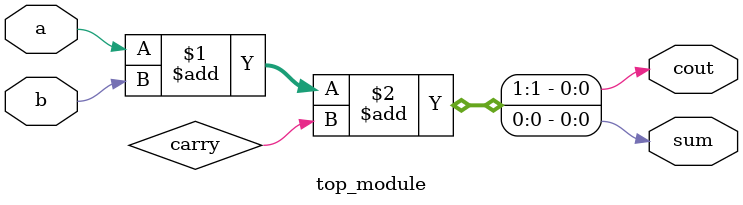
<source format=sv>
module top_module (
    input a,
    input b,
    output sum,
    output cout
);
  wire carry;
  assign {cout,sum} = a + b + carry;
endmodule

</source>
